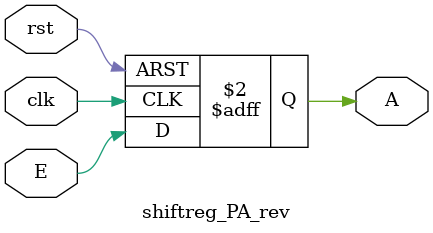
<source format=v>
module shiftreg_PA_rev (A, E, clk, rst);
  output 	A;
  input	E;
  input 	clk, rst;
  reg	A, B, C, D;

  always @ (posedge clk or posedge rst) begin
    if (rst) begin A = 0; B = 0; C = 0; D = 0; end
    else begin
      D = E; 	
      C = D;		
      B = C;	
      A = B;		
    end
  end
endmodule


</source>
